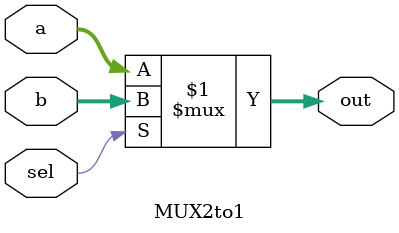
<source format=v>
module MUX2to1 (
    input [31:0] a,
    input [31:0] b,
    input sel,
    output [31:0] out
);

    assign out = sel ? b : a;
    
endmodule
</source>
